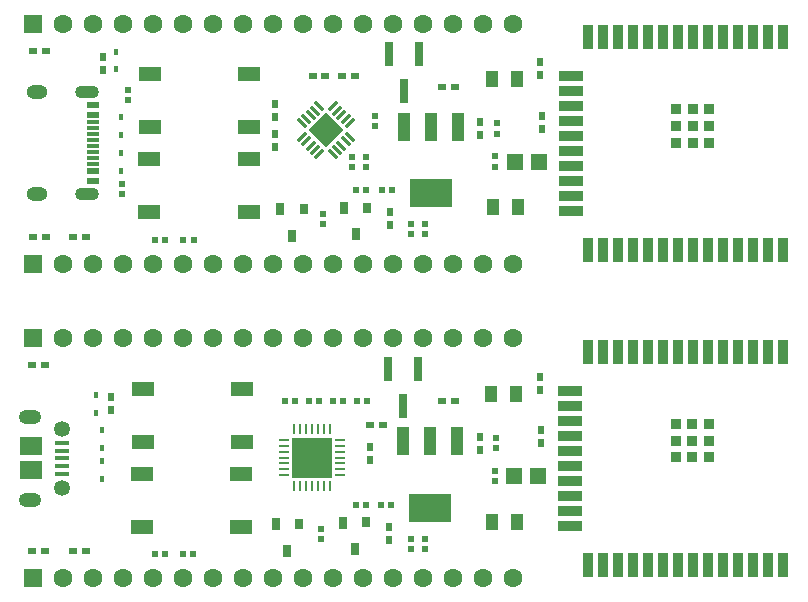
<source format=gts>
G04 #@! TF.GenerationSoftware,KiCad,Pcbnew,7.0.9*
G04 #@! TF.CreationDate,2024-10-07T22:18:26-04:00*
G04 #@! TF.ProjectId,ESP32_VP,45535033-325f-4565-902e-6b696361645f,rev?*
G04 #@! TF.SameCoordinates,Original*
G04 #@! TF.FileFunction,Soldermask,Top*
G04 #@! TF.FilePolarity,Negative*
%FSLAX46Y46*%
G04 Gerber Fmt 4.6, Leading zero omitted, Abs format (unit mm)*
G04 Created by KiCad (PCBNEW 7.0.9) date 2024-10-07 22:18:26*
%MOMM*%
%LPD*%
G01*
G04 APERTURE LIST*
G04 Aperture macros list*
%AMRotRect*
0 Rectangle, with rotation*
0 The origin of the aperture is its center*
0 $1 length*
0 $2 width*
0 $3 Rotation angle, in degrees counterclockwise*
0 Add horizontal line*
21,1,$1,$2,0,0,$3*%
G04 Aperture macros list end*
%ADD10R,0.639600X0.965200*%
%ADD11R,0.639600X1.016000*%
%ADD12R,0.705600X1.015400*%
%ADD13R,0.540000X0.570000*%
%ADD14R,1.900000X1.300000*%
%ADD15R,0.540000X0.790000*%
%ADD16R,0.790000X0.540000*%
%ADD17R,1.000000X1.400000*%
%ADD18RotRect,0.300000X1.000000X135.000000*%
%ADD19RotRect,0.300000X1.000000X45.000000*%
%ADD20RotRect,2.150000X2.150000X45.000000*%
%ADD21R,1.600000X1.600000*%
%ADD22C,1.600000*%
%ADD23R,0.950000X2.100000*%
%ADD24R,2.100000X0.950000*%
%ADD25R,0.900000X0.900000*%
%ADD26R,0.570000X0.540000*%
%ADD27R,0.400000X0.600000*%
%ADD28R,0.980000X2.470000*%
%ADD29R,3.600000X2.470000*%
%ADD30R,1.410000X1.350000*%
%ADD31R,0.740000X2.100000*%
%ADD32R,1.100000X0.550000*%
%ADD33R,1.100000X0.300000*%
%ADD34O,2.000000X1.100000*%
%ADD35O,1.800000X1.200000*%
%ADD36R,0.910000X0.280000*%
%ADD37R,0.280000X0.910000*%
%ADD38R,3.350000X3.350000*%
%ADD39R,1.300000X0.400000*%
%ADD40C,1.350000*%
%ADD41O,1.900000X1.200000*%
%ADD42R,1.900000X1.500000*%
G04 APERTURE END LIST*
D10*
X93324200Y-104648000D03*
D11*
X91363800Y-104673400D03*
D12*
X92346800Y-106908300D03*
D13*
X94003600Y-96877400D03*
X94003600Y-97737400D03*
D14*
X83295600Y-104993000D03*
X74895600Y-104993000D03*
X83295600Y-100493000D03*
X74895600Y-100493000D03*
D15*
X70942200Y-91906000D03*
X70942200Y-93006000D03*
D16*
X68461800Y-107086400D03*
X69561800Y-107086400D03*
D13*
X89636600Y-105198000D03*
X89636600Y-106058000D03*
D16*
X92320200Y-93472000D03*
X91220200Y-93472000D03*
D13*
X98247200Y-106021400D03*
X98247200Y-106881400D03*
X97078800Y-106021400D03*
X97078800Y-106881400D03*
X104190800Y-101166400D03*
X104190800Y-100306400D03*
X93243400Y-101217200D03*
X93243400Y-100357200D03*
D17*
X106002800Y-93751400D03*
X103902800Y-93751400D03*
D15*
X102920800Y-97428400D03*
X102920800Y-98528400D03*
D18*
X87837198Y-98683093D03*
X88190751Y-99036646D03*
X88544304Y-99390200D03*
X88897858Y-99743753D03*
X89251411Y-100097306D03*
D19*
X90453493Y-100097306D03*
X90807046Y-99743753D03*
X91160600Y-99390200D03*
X91514153Y-99036646D03*
X91867706Y-98683093D03*
D18*
X91867706Y-97481011D03*
X91514153Y-97127458D03*
X91160600Y-96773904D03*
X90807046Y-96420351D03*
X90453493Y-96066798D03*
D19*
X89251411Y-96066798D03*
X88897858Y-96420351D03*
X88544304Y-96773904D03*
X88190751Y-97127458D03*
X87837198Y-97481011D03*
D20*
X89852452Y-98082052D03*
D16*
X100803800Y-94386400D03*
X99703800Y-94386400D03*
D15*
X95247400Y-105043800D03*
X95247400Y-106143800D03*
D13*
X72567800Y-102643200D03*
X72567800Y-103503200D03*
D16*
X88705600Y-93472000D03*
X89805600Y-93472000D03*
D13*
X92075000Y-101242600D03*
X92075000Y-100382600D03*
D17*
X106079000Y-104597200D03*
X103979000Y-104597200D03*
D13*
X73075800Y-94693000D03*
X73075800Y-95553000D03*
D15*
X108127800Y-96842400D03*
X108127800Y-97942400D03*
D21*
X65074800Y-89052400D03*
D22*
X67614800Y-89052400D03*
X70154800Y-89052400D03*
X72694800Y-89052400D03*
X75234800Y-89052400D03*
X77774800Y-89052400D03*
X80314800Y-89052400D03*
X82854800Y-89052400D03*
X85394800Y-89052400D03*
X87934800Y-89052400D03*
X90474800Y-89052400D03*
X93014800Y-89052400D03*
X95554800Y-89052400D03*
X98094800Y-89052400D03*
X100634800Y-89052400D03*
X103174800Y-89052400D03*
X105714800Y-89052400D03*
D23*
X128574800Y-90229400D03*
X127304800Y-90229400D03*
X126034800Y-90229400D03*
X124764800Y-90229400D03*
X123494800Y-90229400D03*
X122224800Y-90229400D03*
X120954800Y-90229400D03*
X119684800Y-90229400D03*
X118414800Y-90229400D03*
X117144800Y-90229400D03*
X115874800Y-90229400D03*
X114604800Y-90229400D03*
X113334800Y-90229400D03*
X112064800Y-90229400D03*
D24*
X110574800Y-93519400D03*
X110574800Y-94789400D03*
X110574800Y-96059400D03*
X110574800Y-97329400D03*
X110574800Y-98599400D03*
X110574800Y-99869400D03*
X110574800Y-101139400D03*
X110574800Y-102409400D03*
X110574800Y-103679400D03*
X110574800Y-104949400D03*
D23*
X112064800Y-108229400D03*
X113334800Y-108229400D03*
X114604800Y-108229400D03*
X115874800Y-108229400D03*
X117144800Y-108229400D03*
X118414800Y-108229400D03*
X119684800Y-108229400D03*
X120954800Y-108229400D03*
X122224800Y-108229400D03*
X123494800Y-108229400D03*
X124764800Y-108229400D03*
X126034800Y-108229400D03*
X127304800Y-108229400D03*
X128574800Y-108229400D03*
D25*
X122294800Y-99129400D03*
X122294800Y-97729400D03*
X122294800Y-96329400D03*
X120894800Y-99129400D03*
X120894800Y-97729400D03*
X120894800Y-96329400D03*
X119494800Y-99129400D03*
X119494800Y-97729400D03*
X119494800Y-96329400D03*
D21*
X65074800Y-109372400D03*
D22*
X67614800Y-109372400D03*
X70154800Y-109372400D03*
X72694800Y-109372400D03*
X75234800Y-109372400D03*
X77774800Y-109372400D03*
X80314800Y-109372400D03*
X82854800Y-109372400D03*
X85394800Y-109372400D03*
X87934800Y-109372400D03*
X90474800Y-109372400D03*
X93014800Y-109372400D03*
X95554800Y-109372400D03*
X98094800Y-109372400D03*
X100634800Y-109372400D03*
X103174800Y-109372400D03*
X105714800Y-109372400D03*
D10*
X87949800Y-104749600D03*
D11*
X85989400Y-104775000D03*
D12*
X86972400Y-107009900D03*
D15*
X85521800Y-99521400D03*
X85521800Y-98421400D03*
D26*
X77774800Y-107340400D03*
X78634800Y-107340400D03*
X95423400Y-103138800D03*
X94563400Y-103138800D03*
X75390800Y-107340400D03*
X76250800Y-107340400D03*
D27*
X72466200Y-101537200D03*
X72466200Y-100037200D03*
D16*
X65032800Y-91338400D03*
X66132800Y-91338400D03*
D14*
X74930000Y-93340800D03*
X83330000Y-93340800D03*
X74930000Y-97840800D03*
X83330000Y-97840800D03*
D15*
X108000800Y-93412400D03*
X108000800Y-92312400D03*
D27*
X72110600Y-91426600D03*
X72110600Y-92926600D03*
D15*
X85521800Y-95881400D03*
X85521800Y-96981400D03*
D26*
X92404400Y-103138800D03*
X93264400Y-103138800D03*
D16*
X65032800Y-107086400D03*
X66132800Y-107086400D03*
D28*
X101029800Y-97779400D03*
X98729800Y-97779400D03*
X96429800Y-97779400D03*
D29*
X98729800Y-103439400D03*
D30*
X105857800Y-100736400D03*
X107857800Y-100736400D03*
D31*
X95173800Y-91667400D03*
X96443800Y-94767400D03*
X97713800Y-91667400D03*
D27*
X72466200Y-96989200D03*
X72466200Y-98489200D03*
D13*
X104317800Y-97512400D03*
X104317800Y-98372400D03*
D32*
X70147200Y-95961600D03*
X70147200Y-96761600D03*
D33*
X70147200Y-97411600D03*
X70147200Y-97911600D03*
X70147200Y-98411600D03*
X70147200Y-98911600D03*
X70147200Y-99411600D03*
X70147200Y-99911600D03*
X70147200Y-100411600D03*
X70147200Y-100911600D03*
D32*
X70147200Y-101561600D03*
X70147200Y-102361600D03*
D34*
X69597200Y-94841600D03*
D35*
X65387200Y-94841600D03*
D34*
X69597200Y-103481600D03*
D35*
X65387200Y-103481600D03*
D26*
X92456000Y-121031000D03*
X93316000Y-121031000D03*
D36*
X91026000Y-127304800D03*
X91026000Y-126804800D03*
X91026000Y-126304800D03*
X91026000Y-125804800D03*
X91026000Y-125304800D03*
X91026000Y-124804800D03*
X91026000Y-124304800D03*
D37*
X90146000Y-123424800D03*
X89646000Y-123424800D03*
X89146000Y-123424800D03*
X88646000Y-123424800D03*
X88146000Y-123424800D03*
X87646000Y-123424800D03*
X87146000Y-123424800D03*
D36*
X86266000Y-124304800D03*
X86266000Y-124804800D03*
X86266000Y-125304800D03*
X86266000Y-125804800D03*
X86266000Y-126304800D03*
X86266000Y-126804800D03*
X86266000Y-127304800D03*
D37*
X87146000Y-128184800D03*
X87646000Y-128184800D03*
X88146000Y-128184800D03*
X88646000Y-128184800D03*
X89146000Y-128184800D03*
X89646000Y-128184800D03*
X90146000Y-128184800D03*
D38*
X88646000Y-125804800D03*
D27*
X70866000Y-127611000D03*
X70866000Y-126111000D03*
D14*
X74320400Y-120010800D03*
X82720400Y-120010800D03*
X74320400Y-124510800D03*
X82720400Y-124510800D03*
D26*
X86361800Y-121031000D03*
X87221800Y-121031000D03*
D31*
X95123000Y-118312000D03*
X96393000Y-121412000D03*
X97663000Y-118312000D03*
D26*
X92353600Y-129783400D03*
X93213600Y-129783400D03*
D15*
X107950000Y-120057000D03*
X107950000Y-118957000D03*
D16*
X64982000Y-133731000D03*
X66082000Y-133731000D03*
D13*
X104267000Y-124157000D03*
X104267000Y-125017000D03*
X98196400Y-132666000D03*
X98196400Y-133526000D03*
D10*
X87540800Y-131434400D03*
D11*
X85580400Y-131459800D03*
D12*
X86563400Y-133694700D03*
D26*
X95372600Y-129783400D03*
X94512600Y-129783400D03*
D16*
X68411000Y-133731000D03*
X69511000Y-133731000D03*
D26*
X75340000Y-133985000D03*
X76200000Y-133985000D03*
D13*
X104140000Y-127811000D03*
X104140000Y-126951000D03*
D27*
X70358000Y-120493000D03*
X70358000Y-121993000D03*
D15*
X102870000Y-124073000D03*
X102870000Y-125173000D03*
D17*
X106028200Y-131241800D03*
X103928200Y-131241800D03*
D14*
X82686000Y-131663000D03*
X74286000Y-131663000D03*
X82686000Y-127163000D03*
X74286000Y-127163000D03*
D30*
X105807000Y-127381000D03*
X107807000Y-127381000D03*
D15*
X95196600Y-131688400D03*
X95196600Y-132788400D03*
D26*
X88392000Y-121031000D03*
X89252000Y-121031000D03*
D28*
X100979000Y-124424000D03*
X98679000Y-124424000D03*
X96379000Y-124424000D03*
D29*
X98679000Y-130084000D03*
D15*
X71628000Y-120693000D03*
X71628000Y-121793000D03*
D26*
X90424000Y-121031000D03*
X91284000Y-121031000D03*
D13*
X89405400Y-131842600D03*
X89405400Y-132702600D03*
D39*
X67507000Y-124557000D03*
X67507000Y-125207000D03*
X67507000Y-125857000D03*
X67507000Y-126507000D03*
X67507000Y-127157000D03*
D40*
X67527000Y-123357000D03*
X67527000Y-128357000D03*
D41*
X64827000Y-129357000D03*
X64827000Y-122357000D03*
D42*
X64897000Y-124857000D03*
X64897000Y-126857000D03*
D16*
X64982000Y-117983000D03*
X66082000Y-117983000D03*
X100753000Y-121031000D03*
X99653000Y-121031000D03*
D13*
X97028000Y-132666000D03*
X97028000Y-133526000D03*
D27*
X70866000Y-123468000D03*
X70866000Y-124968000D03*
D10*
X93273400Y-131292600D03*
D11*
X91313000Y-131318000D03*
D12*
X92296000Y-133552900D03*
D17*
X105952000Y-120396000D03*
X103852000Y-120396000D03*
D23*
X128524000Y-116874000D03*
X127254000Y-116874000D03*
X125984000Y-116874000D03*
X124714000Y-116874000D03*
X123444000Y-116874000D03*
X122174000Y-116874000D03*
X120904000Y-116874000D03*
X119634000Y-116874000D03*
X118364000Y-116874000D03*
X117094000Y-116874000D03*
X115824000Y-116874000D03*
X114554000Y-116874000D03*
X113284000Y-116874000D03*
X112014000Y-116874000D03*
D24*
X110524000Y-120164000D03*
X110524000Y-121434000D03*
X110524000Y-122704000D03*
X110524000Y-123974000D03*
X110524000Y-125244000D03*
X110524000Y-126514000D03*
X110524000Y-127784000D03*
X110524000Y-129054000D03*
X110524000Y-130324000D03*
X110524000Y-131594000D03*
D23*
X112014000Y-134874000D03*
X113284000Y-134874000D03*
X114554000Y-134874000D03*
X115824000Y-134874000D03*
X117094000Y-134874000D03*
X118364000Y-134874000D03*
X119634000Y-134874000D03*
X120904000Y-134874000D03*
X122174000Y-134874000D03*
X123444000Y-134874000D03*
X124714000Y-134874000D03*
X125984000Y-134874000D03*
X127254000Y-134874000D03*
X128524000Y-134874000D03*
D25*
X122244000Y-125774000D03*
X122244000Y-124374000D03*
X122244000Y-122974000D03*
X120844000Y-125774000D03*
X120844000Y-124374000D03*
X120844000Y-122974000D03*
X119444000Y-125774000D03*
X119444000Y-124374000D03*
X119444000Y-122974000D03*
D26*
X77724000Y-133985000D03*
X78584000Y-133985000D03*
D15*
X93590200Y-124900600D03*
X93590200Y-126000600D03*
D16*
X93548200Y-123037600D03*
X94648200Y-123037600D03*
D15*
X108077000Y-123487000D03*
X108077000Y-124587000D03*
D21*
X65024000Y-115697000D03*
D22*
X67564000Y-115697000D03*
X70104000Y-115697000D03*
X72644000Y-115697000D03*
X75184000Y-115697000D03*
X77724000Y-115697000D03*
X80264000Y-115697000D03*
X82804000Y-115697000D03*
X85344000Y-115697000D03*
X87884000Y-115697000D03*
X90424000Y-115697000D03*
X92964000Y-115697000D03*
X95504000Y-115697000D03*
X98044000Y-115697000D03*
X100584000Y-115697000D03*
X103124000Y-115697000D03*
X105664000Y-115697000D03*
D21*
X65024000Y-136017000D03*
D22*
X67564000Y-136017000D03*
X70104000Y-136017000D03*
X72644000Y-136017000D03*
X75184000Y-136017000D03*
X77724000Y-136017000D03*
X80264000Y-136017000D03*
X82804000Y-136017000D03*
X85344000Y-136017000D03*
X87884000Y-136017000D03*
X90424000Y-136017000D03*
X92964000Y-136017000D03*
X95504000Y-136017000D03*
X98044000Y-136017000D03*
X100584000Y-136017000D03*
X103124000Y-136017000D03*
X105664000Y-136017000D03*
M02*

</source>
